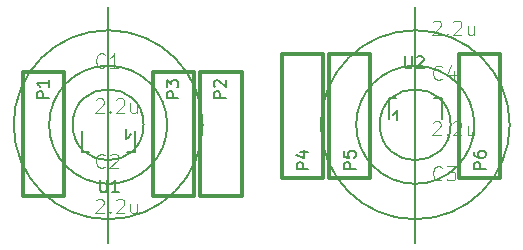
<source format=gbr>
G04 #@! TF.FileFunction,Legend,Top*
%FSLAX46Y46*%
G04 Gerber Fmt 4.6, Leading zero omitted, Abs format (unit mm)*
G04 Created by KiCad (PCBNEW 4.0.6) date 08/21/17 17:29:22*
%MOMM*%
%LPD*%
G01*
G04 APERTURE LIST*
%ADD10C,0.100000*%
%ADD11C,0.200000*%
%ADD12C,0.300000*%
%ADD13C,0.150000*%
%ADD14C,0.101600*%
G04 APERTURE END LIST*
D10*
D11*
X39000000Y-10000000D02*
G75*
G03X39000000Y-10000000I-3000000J0D01*
G01*
X13000000Y-10000000D02*
G75*
G03X13000000Y-10000000I-3000000J0D01*
G01*
X41000000Y-10000000D02*
G75*
G03X41000000Y-10000000I-5000000J0D01*
G01*
X15000000Y-10000000D02*
G75*
G03X15000000Y-10000000I-5000000J0D01*
G01*
X44000000Y-10000000D02*
G75*
G03X44000000Y-10000000I-8000000J0D01*
G01*
X18000000Y-10000000D02*
G75*
G03X18000000Y-10000000I-8000000J0D01*
G01*
X10000000Y0D02*
X10000000Y-20000000D01*
X36000000Y0D02*
X36000000Y-20000000D01*
D12*
X6300000Y-5500000D02*
X6300000Y-16000000D01*
X6300000Y-16000000D02*
X2800000Y-16000000D01*
X2800000Y-16000000D02*
X2800000Y-5500000D01*
X2800000Y-5500000D02*
X6300000Y-5500000D01*
X21300000Y-5500000D02*
X21300000Y-16000000D01*
X21300000Y-16000000D02*
X17800000Y-16000000D01*
X17800000Y-16000000D02*
X17800000Y-5500000D01*
X17800000Y-5500000D02*
X21300000Y-5500000D01*
X17300000Y-5500000D02*
X17300000Y-16000000D01*
X17300000Y-16000000D02*
X13800000Y-16000000D01*
X13800000Y-16000000D02*
X13800000Y-5500000D01*
X13800000Y-5500000D02*
X17300000Y-5500000D01*
D13*
X11899920Y-10799340D02*
X11651000Y-11099060D01*
X11651000Y-11099060D02*
X11549400Y-11248920D01*
X11549400Y-11248920D02*
X11549400Y-10400560D01*
X12250440Y-12300480D02*
X12250440Y-10499620D01*
X12250440Y-12300480D02*
X11600200Y-12300480D01*
X7749560Y-12300480D02*
X7749560Y-10499620D01*
X7749560Y-12300480D02*
X8399800Y-12300480D01*
D12*
X24700000Y-14500000D02*
X24700000Y-4000000D01*
X24700000Y-4000000D02*
X28200000Y-4000000D01*
X28200000Y-4000000D02*
X28200000Y-14500000D01*
X28200000Y-14500000D02*
X24700000Y-14500000D01*
X28700000Y-14500000D02*
X28700000Y-4000000D01*
X28700000Y-4000000D02*
X32200000Y-4000000D01*
X32200000Y-4000000D02*
X32200000Y-14500000D01*
X32200000Y-14500000D02*
X28700000Y-14500000D01*
X39700000Y-14500000D02*
X39700000Y-4000000D01*
X39700000Y-4000000D02*
X43200000Y-4000000D01*
X43200000Y-4000000D02*
X43200000Y-14500000D01*
X43200000Y-14500000D02*
X39700000Y-14500000D01*
D13*
X34100080Y-9200660D02*
X34349000Y-8900940D01*
X34349000Y-8900940D02*
X34450600Y-8751080D01*
X34450600Y-8751080D02*
X34450600Y-9599440D01*
X33749560Y-7699520D02*
X33749560Y-9500380D01*
X33749560Y-7699520D02*
X34399800Y-7699520D01*
X38250440Y-7699520D02*
X38250440Y-9500380D01*
X38250440Y-7699520D02*
X37600200Y-7699520D01*
D14*
X9706690Y-5057643D02*
X9649238Y-5115095D01*
X9476881Y-5172548D01*
X9361976Y-5172548D01*
X9189619Y-5115095D01*
X9074714Y-5000190D01*
X9017262Y-4885286D01*
X8959810Y-4655476D01*
X8959810Y-4483119D01*
X9017262Y-4253310D01*
X9074714Y-4138405D01*
X9189619Y-4023500D01*
X9361976Y-3966048D01*
X9476881Y-3966048D01*
X9649238Y-4023500D01*
X9706690Y-4080952D01*
X10855738Y-5172548D02*
X10166310Y-5172548D01*
X10511024Y-5172548D02*
X10511024Y-3966048D01*
X10396119Y-4138405D01*
X10281214Y-4253310D01*
X10166310Y-4310762D01*
X8959810Y-7890952D02*
X9017262Y-7833500D01*
X9132167Y-7776048D01*
X9419429Y-7776048D01*
X9534333Y-7833500D01*
X9591786Y-7890952D01*
X9649238Y-8005857D01*
X9649238Y-8120762D01*
X9591786Y-8293119D01*
X8902357Y-8982548D01*
X9649238Y-8982548D01*
X10166310Y-8867643D02*
X10223762Y-8925095D01*
X10166310Y-8982548D01*
X10108858Y-8925095D01*
X10166310Y-8867643D01*
X10166310Y-8982548D01*
X10683382Y-7890952D02*
X10740834Y-7833500D01*
X10855739Y-7776048D01*
X11143001Y-7776048D01*
X11257905Y-7833500D01*
X11315358Y-7890952D01*
X11372810Y-8005857D01*
X11372810Y-8120762D01*
X11315358Y-8293119D01*
X10625929Y-8982548D01*
X11372810Y-8982548D01*
X12406953Y-8178214D02*
X12406953Y-8982548D01*
X11889882Y-8178214D02*
X11889882Y-8810190D01*
X11947334Y-8925095D01*
X12062239Y-8982548D01*
X12234596Y-8982548D01*
X12349501Y-8925095D01*
X12406953Y-8867643D01*
X9706690Y-13557643D02*
X9649238Y-13615095D01*
X9476881Y-13672548D01*
X9361976Y-13672548D01*
X9189619Y-13615095D01*
X9074714Y-13500190D01*
X9017262Y-13385286D01*
X8959810Y-13155476D01*
X8959810Y-12983119D01*
X9017262Y-12753310D01*
X9074714Y-12638405D01*
X9189619Y-12523500D01*
X9361976Y-12466048D01*
X9476881Y-12466048D01*
X9649238Y-12523500D01*
X9706690Y-12580952D01*
X10166310Y-12580952D02*
X10223762Y-12523500D01*
X10338667Y-12466048D01*
X10625929Y-12466048D01*
X10740833Y-12523500D01*
X10798286Y-12580952D01*
X10855738Y-12695857D01*
X10855738Y-12810762D01*
X10798286Y-12983119D01*
X10108857Y-13672548D01*
X10855738Y-13672548D01*
X8959810Y-16390952D02*
X9017262Y-16333500D01*
X9132167Y-16276048D01*
X9419429Y-16276048D01*
X9534333Y-16333500D01*
X9591786Y-16390952D01*
X9649238Y-16505857D01*
X9649238Y-16620762D01*
X9591786Y-16793119D01*
X8902357Y-17482548D01*
X9649238Y-17482548D01*
X10166310Y-17367643D02*
X10223762Y-17425095D01*
X10166310Y-17482548D01*
X10108858Y-17425095D01*
X10166310Y-17367643D01*
X10166310Y-17482548D01*
X10683382Y-16390952D02*
X10740834Y-16333500D01*
X10855739Y-16276048D01*
X11143001Y-16276048D01*
X11257905Y-16333500D01*
X11315358Y-16390952D01*
X11372810Y-16505857D01*
X11372810Y-16620762D01*
X11315358Y-16793119D01*
X10625929Y-17482548D01*
X11372810Y-17482548D01*
X12406953Y-16678214D02*
X12406953Y-17482548D01*
X11889882Y-16678214D02*
X11889882Y-17310190D01*
X11947334Y-17425095D01*
X12062239Y-17482548D01*
X12234596Y-17482548D01*
X12349501Y-17425095D01*
X12406953Y-17367643D01*
D13*
X4952381Y-7738095D02*
X3952381Y-7738095D01*
X3952381Y-7357142D01*
X4000000Y-7261904D01*
X4047619Y-7214285D01*
X4142857Y-7166666D01*
X4285714Y-7166666D01*
X4380952Y-7214285D01*
X4428571Y-7261904D01*
X4476190Y-7357142D01*
X4476190Y-7738095D01*
X4952381Y-6214285D02*
X4952381Y-6785714D01*
X4952381Y-6500000D02*
X3952381Y-6500000D01*
X4095238Y-6595238D01*
X4190476Y-6690476D01*
X4238095Y-6785714D01*
X19952381Y-7738095D02*
X18952381Y-7738095D01*
X18952381Y-7357142D01*
X19000000Y-7261904D01*
X19047619Y-7214285D01*
X19142857Y-7166666D01*
X19285714Y-7166666D01*
X19380952Y-7214285D01*
X19428571Y-7261904D01*
X19476190Y-7357142D01*
X19476190Y-7738095D01*
X19047619Y-6785714D02*
X19000000Y-6738095D01*
X18952381Y-6642857D01*
X18952381Y-6404761D01*
X19000000Y-6309523D01*
X19047619Y-6261904D01*
X19142857Y-6214285D01*
X19238095Y-6214285D01*
X19380952Y-6261904D01*
X19952381Y-6833333D01*
X19952381Y-6214285D01*
X15952381Y-7738095D02*
X14952381Y-7738095D01*
X14952381Y-7357142D01*
X15000000Y-7261904D01*
X15047619Y-7214285D01*
X15142857Y-7166666D01*
X15285714Y-7166666D01*
X15380952Y-7214285D01*
X15428571Y-7261904D01*
X15476190Y-7357142D01*
X15476190Y-7738095D01*
X14952381Y-6833333D02*
X14952381Y-6214285D01*
X15333333Y-6547619D01*
X15333333Y-6404761D01*
X15380952Y-6309523D01*
X15428571Y-6261904D01*
X15523810Y-6214285D01*
X15761905Y-6214285D01*
X15857143Y-6261904D01*
X15904762Y-6309523D01*
X15952381Y-6404761D01*
X15952381Y-6690476D01*
X15904762Y-6785714D01*
X15857143Y-6833333D01*
X9337155Y-14701801D02*
X9337155Y-15511325D01*
X9384774Y-15606563D01*
X9432393Y-15654182D01*
X9527631Y-15701801D01*
X9718108Y-15701801D01*
X9813346Y-15654182D01*
X9860965Y-15606563D01*
X9908584Y-15511325D01*
X9908584Y-14701801D01*
X10908584Y-15701801D02*
X10337155Y-15701801D01*
X10622869Y-15701801D02*
X10622869Y-14701801D01*
X10527631Y-14844658D01*
X10432393Y-14939896D01*
X10337155Y-14987515D01*
D14*
X38246690Y-14597643D02*
X38189238Y-14655095D01*
X38016881Y-14712548D01*
X37901976Y-14712548D01*
X37729619Y-14655095D01*
X37614714Y-14540190D01*
X37557262Y-14425286D01*
X37499810Y-14195476D01*
X37499810Y-14023119D01*
X37557262Y-13793310D01*
X37614714Y-13678405D01*
X37729619Y-13563500D01*
X37901976Y-13506048D01*
X38016881Y-13506048D01*
X38189238Y-13563500D01*
X38246690Y-13620952D01*
X38648857Y-13506048D02*
X39395738Y-13506048D01*
X38993571Y-13965667D01*
X39165929Y-13965667D01*
X39280833Y-14023119D01*
X39338286Y-14080571D01*
X39395738Y-14195476D01*
X39395738Y-14482738D01*
X39338286Y-14597643D01*
X39280833Y-14655095D01*
X39165929Y-14712548D01*
X38821214Y-14712548D01*
X38706310Y-14655095D01*
X38648857Y-14597643D01*
X37499810Y-9810952D02*
X37557262Y-9753500D01*
X37672167Y-9696048D01*
X37959429Y-9696048D01*
X38074333Y-9753500D01*
X38131786Y-9810952D01*
X38189238Y-9925857D01*
X38189238Y-10040762D01*
X38131786Y-10213119D01*
X37442357Y-10902548D01*
X38189238Y-10902548D01*
X38706310Y-10787643D02*
X38763762Y-10845095D01*
X38706310Y-10902548D01*
X38648858Y-10845095D01*
X38706310Y-10787643D01*
X38706310Y-10902548D01*
X39223382Y-9810952D02*
X39280834Y-9753500D01*
X39395739Y-9696048D01*
X39683001Y-9696048D01*
X39797905Y-9753500D01*
X39855358Y-9810952D01*
X39912810Y-9925857D01*
X39912810Y-10040762D01*
X39855358Y-10213119D01*
X39165929Y-10902548D01*
X39912810Y-10902548D01*
X40946953Y-10098214D02*
X40946953Y-10902548D01*
X40429882Y-10098214D02*
X40429882Y-10730190D01*
X40487334Y-10845095D01*
X40602239Y-10902548D01*
X40774596Y-10902548D01*
X40889501Y-10845095D01*
X40946953Y-10787643D01*
X38246690Y-6097643D02*
X38189238Y-6155095D01*
X38016881Y-6212548D01*
X37901976Y-6212548D01*
X37729619Y-6155095D01*
X37614714Y-6040190D01*
X37557262Y-5925286D01*
X37499810Y-5695476D01*
X37499810Y-5523119D01*
X37557262Y-5293310D01*
X37614714Y-5178405D01*
X37729619Y-5063500D01*
X37901976Y-5006048D01*
X38016881Y-5006048D01*
X38189238Y-5063500D01*
X38246690Y-5120952D01*
X39280833Y-5408214D02*
X39280833Y-6212548D01*
X38993571Y-4948595D02*
X38706310Y-5810381D01*
X39453190Y-5810381D01*
X37499810Y-1310952D02*
X37557262Y-1253500D01*
X37672167Y-1196048D01*
X37959429Y-1196048D01*
X38074333Y-1253500D01*
X38131786Y-1310952D01*
X38189238Y-1425857D01*
X38189238Y-1540762D01*
X38131786Y-1713119D01*
X37442357Y-2402548D01*
X38189238Y-2402548D01*
X38706310Y-2287643D02*
X38763762Y-2345095D01*
X38706310Y-2402548D01*
X38648858Y-2345095D01*
X38706310Y-2287643D01*
X38706310Y-2402548D01*
X39223382Y-1310952D02*
X39280834Y-1253500D01*
X39395739Y-1196048D01*
X39683001Y-1196048D01*
X39797905Y-1253500D01*
X39855358Y-1310952D01*
X39912810Y-1425857D01*
X39912810Y-1540762D01*
X39855358Y-1713119D01*
X39165929Y-2402548D01*
X39912810Y-2402548D01*
X40946953Y-1598214D02*
X40946953Y-2402548D01*
X40429882Y-1598214D02*
X40429882Y-2230190D01*
X40487334Y-2345095D01*
X40602239Y-2402548D01*
X40774596Y-2402548D01*
X40889501Y-2345095D01*
X40946953Y-2287643D01*
D13*
X26952381Y-13738095D02*
X25952381Y-13738095D01*
X25952381Y-13357142D01*
X26000000Y-13261904D01*
X26047619Y-13214285D01*
X26142857Y-13166666D01*
X26285714Y-13166666D01*
X26380952Y-13214285D01*
X26428571Y-13261904D01*
X26476190Y-13357142D01*
X26476190Y-13738095D01*
X26285714Y-12309523D02*
X26952381Y-12309523D01*
X25904762Y-12547619D02*
X26619048Y-12785714D01*
X26619048Y-12166666D01*
X30952381Y-13738095D02*
X29952381Y-13738095D01*
X29952381Y-13357142D01*
X30000000Y-13261904D01*
X30047619Y-13214285D01*
X30142857Y-13166666D01*
X30285714Y-13166666D01*
X30380952Y-13214285D01*
X30428571Y-13261904D01*
X30476190Y-13357142D01*
X30476190Y-13738095D01*
X29952381Y-12261904D02*
X29952381Y-12738095D01*
X30428571Y-12785714D01*
X30380952Y-12738095D01*
X30333333Y-12642857D01*
X30333333Y-12404761D01*
X30380952Y-12309523D01*
X30428571Y-12261904D01*
X30523810Y-12214285D01*
X30761905Y-12214285D01*
X30857143Y-12261904D01*
X30904762Y-12309523D01*
X30952381Y-12404761D01*
X30952381Y-12642857D01*
X30904762Y-12738095D01*
X30857143Y-12785714D01*
X41952381Y-13738095D02*
X40952381Y-13738095D01*
X40952381Y-13357142D01*
X41000000Y-13261904D01*
X41047619Y-13214285D01*
X41142857Y-13166666D01*
X41285714Y-13166666D01*
X41380952Y-13214285D01*
X41428571Y-13261904D01*
X41476190Y-13357142D01*
X41476190Y-13738095D01*
X40952381Y-12309523D02*
X40952381Y-12500000D01*
X41000000Y-12595238D01*
X41047619Y-12642857D01*
X41190476Y-12738095D01*
X41380952Y-12785714D01*
X41761905Y-12785714D01*
X41857143Y-12738095D01*
X41904762Y-12690476D01*
X41952381Y-12595238D01*
X41952381Y-12404761D01*
X41904762Y-12309523D01*
X41857143Y-12261904D01*
X41761905Y-12214285D01*
X41523810Y-12214285D01*
X41428571Y-12261904D01*
X41380952Y-12309523D01*
X41333333Y-12404761D01*
X41333333Y-12595238D01*
X41380952Y-12690476D01*
X41428571Y-12738095D01*
X41523810Y-12785714D01*
X35139035Y-4202961D02*
X35139035Y-5012485D01*
X35186654Y-5107723D01*
X35234273Y-5155342D01*
X35329511Y-5202961D01*
X35519988Y-5202961D01*
X35615226Y-5155342D01*
X35662845Y-5107723D01*
X35710464Y-5012485D01*
X35710464Y-4202961D01*
X36139035Y-4298199D02*
X36186654Y-4250580D01*
X36281892Y-4202961D01*
X36519988Y-4202961D01*
X36615226Y-4250580D01*
X36662845Y-4298199D01*
X36710464Y-4393437D01*
X36710464Y-4488675D01*
X36662845Y-4631532D01*
X36091416Y-5202961D01*
X36710464Y-5202961D01*
M02*

</source>
